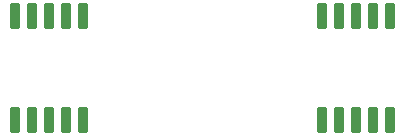
<source format=gbr>
%TF.GenerationSoftware,KiCad,Pcbnew,8.0.0*%
%TF.CreationDate,2024-11-21T20:10:56+00:00*%
%TF.ProjectId,display-board,64697370-6c61-4792-9d62-6f6172642e6b,rev?*%
%TF.SameCoordinates,Original*%
%TF.FileFunction,Paste,Top*%
%TF.FilePolarity,Positive*%
%FSLAX46Y46*%
G04 Gerber Fmt 4.6, Leading zero omitted, Abs format (unit mm)*
G04 Created by KiCad (PCBNEW 8.0.0) date 2024-11-21 20:10:56*
%MOMM*%
%LPD*%
G01*
G04 APERTURE LIST*
G04 Aperture macros list*
%AMRoundRect*
0 Rectangle with rounded corners*
0 $1 Rounding radius*
0 $2 $3 $4 $5 $6 $7 $8 $9 X,Y pos of 4 corners*
0 Add a 4 corners polygon primitive as box body*
4,1,4,$2,$3,$4,$5,$6,$7,$8,$9,$2,$3,0*
0 Add four circle primitives for the rounded corners*
1,1,$1+$1,$2,$3*
1,1,$1+$1,$4,$5*
1,1,$1+$1,$6,$7*
1,1,$1+$1,$8,$9*
0 Add four rect primitives between the rounded corners*
20,1,$1+$1,$2,$3,$4,$5,0*
20,1,$1+$1,$4,$5,$6,$7,0*
20,1,$1+$1,$6,$7,$8,$9,0*
20,1,$1+$1,$8,$9,$2,$3,0*%
G04 Aperture macros list end*
%ADD10RoundRect,0.225000X-0.225000X-0.875000X0.225000X-0.875000X0.225000X0.875000X-0.225000X0.875000X0*%
G04 APERTURE END LIST*
D10*
%TO.C,U3*%
X84120000Y-104400000D03*
X85560000Y-104400000D03*
X87000000Y-104400000D03*
X88440000Y-104400000D03*
X89880000Y-104400000D03*
X89880000Y-95600000D03*
X88440000Y-95600000D03*
X87000000Y-95600000D03*
X85560000Y-95600000D03*
X84120000Y-95600000D03*
%TD*%
%TO.C,U5*%
X110120000Y-104400000D03*
X111560000Y-104400000D03*
X113000000Y-104400000D03*
X114440000Y-104400000D03*
X115880000Y-104400000D03*
X115880000Y-95600000D03*
X114440000Y-95600000D03*
X113000000Y-95600000D03*
X111560000Y-95600000D03*
X110120000Y-95600000D03*
%TD*%
M02*

</source>
